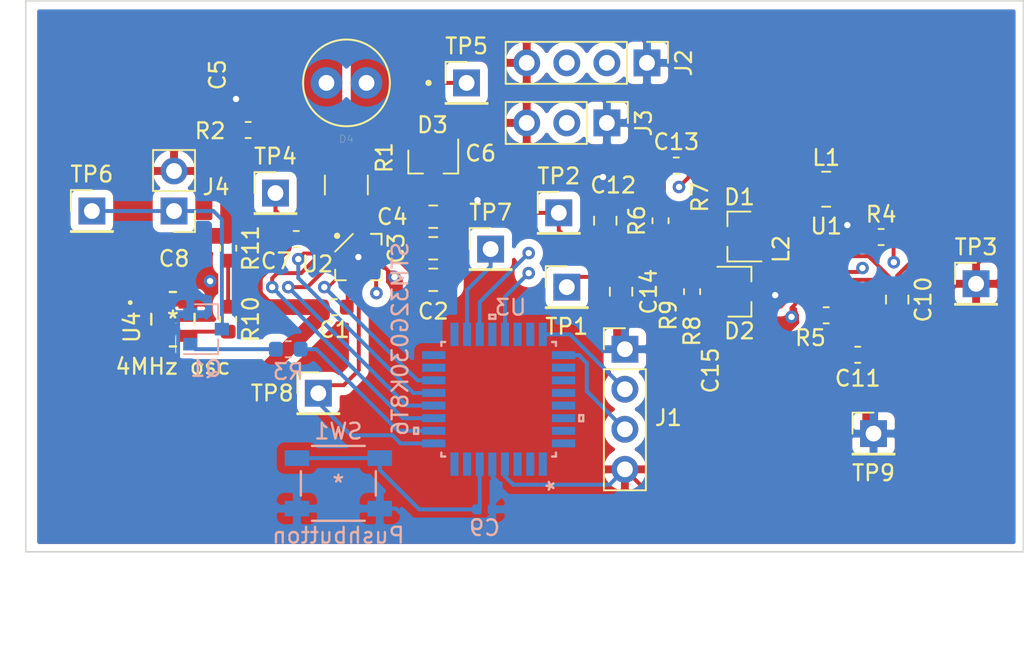
<source format=kicad_pcb>
(kicad_pcb (version 20171130) (host pcbnew "(5.1.5)-3")
  (layers (0 F.Cu power) (1 In1.Cu signal) (2 In2.Cu signal) (31 B.Cu power) (34 B.Paste user) (35 F.Paste user) (36 B.SilkS user) (37 F.SilkS user) (38 B.Mask user) (39 F.Mask user) (44 Edge.Cuts user))
  (net 0 "")
  (net 1 GND)
  (net 2 "Net-(C1-Pad1)")
  (net 3 "Net-(C2-Pad1)")
  (net 4 "Net-(C3-Pad1)")
  (net 5 +8.5V)
  (net 6 +3.3V)
  (net 7 "Net-(C6-Pad2)")
  (net 8 "Net-(C7-Pad2)")
  (net 9 "Net-(C9-Pad1)")
  (net 10 "Net-(C11-Pad1)")
  (net 11 "Net-(C13-Pad2)")
  (net 12 "Net-(C13-Pad1)")
  (net 13 -10V)
  (net 14 "Net-(C15-Pad2)")
  (net 15 "Net-(C15-Pad1)")
  (net 16 "Net-(D1-Pad2)")
  (net 17 "Net-(D2-Pad1)")
  (net 18 "Net-(D4-PadC)")
  (net 19 SWCLK)
  (net 20 SWDIO)
  (net 21 TX)
  (net 22 RX)
  (net 23 ENC)
  (net 24 MTR-)
  (net 25 "Net-(Q1-Pad1)")
  (net 26 "Net-(R1-Pad2)")
  (net 27 "Net-(R3-Pad2)")
  (net 28 "Net-(R10-Pad2)")
  (net 29 "Net-(R10-Pad1)")
  (net 30 DATA_RDY)
  (net 31 "Net-(U1-Pad1)")
  (net 32 "Net-(U2-Pad5)")
  (net 33 "Net-(U2-Pad4)")
  (net 34 "Net-(U2-Pad13)")
  (net 35 "Net-(U2-Pad14)")
  (net 36 MOSI)
  (net 37 SPICLK)
  (net 38 SS)
  (net 39 MISO)
  (net 40 "Net-(U2-Pad16)")
  (net 41 "Net-(U3-Pad1)")
  (net 42 "Net-(U3-Pad2)")
  (net 43 "Net-(U3-Pad3)")
  (net 44 "Net-(U3-Pad7)")
  (net 45 "Net-(U3-Pad8)")
  (net 46 "Net-(U3-Pad15)")
  (net 47 "Net-(U3-Pad16)")
  (net 48 "Net-(U3-Pad17)")
  (net 49 "Net-(U3-Pad20)")
  (net 50 "Net-(U3-Pad22)")
  (net 51 "Net-(U3-Pad23)")
  (net 52 "Net-(U3-Pad26)")
  (net 53 "Net-(U3-Pad27)")
  (net 54 "Net-(U3-Pad28)")
  (net 55 "Net-(U3-Pad29)")
  (net 56 "Net-(U3-Pad30)")
  (net 57 "Net-(U3-Pad31)")
  (net 58 "Net-(U3-Pad32)")
  (module Capacitor_SMD:C_0402_1005Metric (layer B.Cu) (at 157.353 114.808)
    (fp_text reference C9 (at 0 1.17) (layer B.SilkS) (effects (justify mirror)))
    (fp_text value 100n)
    (pad 2 smd roundrect (at 0.485 0) (size 0.59 0.64) (layers B.Cu B.Paste B.Mask) (net 1 GND))
    (pad 1 smd roundrect (at -0.485 0) (size 0.59 0.64) (layers B.Cu B.Paste B.Mask) (net 9 "Net-(C9-Pad1)"))
  )
  (module "EPC611 LIDAR:STM32G030K8T6" (layer B.Cu) (at 158.242 107.823 90)
    (fp_text reference U3 (at 5.823 0.758 180) (layer B.SilkS) (effects (justify mirror)))
    (fp_text value STM32G030K8T6 (at 3.823 -6.242 270) (layer B.SilkS) (effects (justify mirror)))
    (fp_text user * (at -5.4864 3.581 90) (layer B.SilkS) (effects (justify mirror)))
    (fp_text user * (at -5.4864 3.581 90) (layer B.SilkS) (effects (justify mirror)))
    (pad 1 smd rect (at -4.1148 2.799999) (size 0.508 1.4732) (layers B.Cu B.Paste B.Mask) (net 41 "Net-(U3-Pad1)"))
    (pad 2 smd rect (at -4.1148 2.000001) (size 0.508 1.4732) (layers B.Cu B.Paste B.Mask) (net 42 "Net-(U3-Pad2)"))
    (pad 3 smd rect (at -4.1148 1.2) (size 0.508 1.4732) (layers B.Cu B.Paste B.Mask) (net 43 "Net-(U3-Pad3)"))
    (pad 4 smd rect (at -4.1148 0.399999) (size 0.508 1.4732) (layers B.Cu B.Paste B.Mask) (net 6 +3.3V))
    (pad 5 smd rect (at -4.1148 -0.399999) (size 0.508 1.4732) (layers B.Cu B.Paste B.Mask) (net 1 GND))
    (pad 6 smd rect (at -4.1148 -1.2) (size 0.508 1.4732) (layers B.Cu B.Paste B.Mask) (net 9 "Net-(C9-Pad1)"))
    (pad 7 smd rect (at -4.1148 -1.999999) (size 0.508 1.4732) (layers B.Cu B.Paste B.Mask) (net 44 "Net-(U3-Pad7)"))
    (pad 8 smd rect (at -4.1148 -2.799999) (size 0.508 1.4732) (layers B.Cu B.Paste B.Mask) (net 45 "Net-(U3-Pad8)"))
    (pad 9 smd rect (at -2.799999 -4.1148 90) (size 0.508 1.4732) (layers B.Cu B.Paste B.Mask) (net 30 DATA_RDY))
    (pad 10 smd rect (at -2.000001 -4.1148 90) (size 0.508 1.4732) (layers B.Cu B.Paste B.Mask) (net 27 "Net-(R3-Pad2)"))
    (pad 11 smd rect (at -1.2 -4.1148 90) (size 0.508 1.4732) (layers B.Cu B.Paste B.Mask) (net 38 SS))
    (pad 12 smd rect (at -0.399999 -4.1148 90) (size 0.508 1.4732) (layers B.Cu B.Paste B.Mask) (net 37 SPICLK))
    (pad 13 smd rect (at 0.399999 -4.1148 90) (size 0.508 1.4732) (layers B.Cu B.Paste B.Mask) (net 39 MISO))
    (pad 14 smd rect (at 1.2 -4.1148 90) (size 0.508 1.4732) (layers B.Cu B.Paste B.Mask) (net 36 MOSI))
    (pad 15 smd rect (at 1.999999 -4.1148 90) (size 0.508 1.4732) (layers B.Cu B.Paste B.Mask) (net 46 "Net-(U3-Pad15)"))
    (pad 16 smd rect (at 2.799999 -4.1148 90) (size 0.508 1.4732) (layers B.Cu B.Paste B.Mask) (net 47 "Net-(U3-Pad16)"))
    (pad 17 smd rect (at 4.1148 -2.799999) (size 0.508 1.4732) (layers B.Cu B.Paste B.Mask) (net 48 "Net-(U3-Pad17)"))
    (pad 18 smd rect (at 4.1148 -2.000001) (size 0.508 1.4732) (layers B.Cu B.Paste B.Mask) (net 23 ENC))
    (pad 19 smd rect (at 4.1148 -1.2) (size 0.508 1.4732) (layers B.Cu B.Paste B.Mask) (net 21 TX))
    (pad 20 smd rect (at 4.1148 -0.399999) (size 0.508 1.4732) (layers B.Cu B.Paste B.Mask) (net 49 "Net-(U3-Pad20)"))
    (pad 21 smd rect (at 4.1148 0.399999) (size 0.508 1.4732) (layers B.Cu B.Paste B.Mask) (net 22 RX))
    (pad 22 smd rect (at 4.1148 1.2) (size 0.508 1.4732) (layers B.Cu B.Paste B.Mask) (net 50 "Net-(U3-Pad22)"))
    (pad 23 smd rect (at 4.1148 1.999999) (size 0.508 1.4732) (layers B.Cu B.Paste B.Mask) (net 51 "Net-(U3-Pad23)"))
    (pad 24 smd rect (at 4.1148 2.799999) (size 0.508 1.4732) (layers B.Cu B.Paste B.Mask) (net 20 SWDIO))
    (pad 25 smd rect (at 2.799999 4.1148 90) (size 0.508 1.4732) (layers B.Cu B.Paste B.Mask) (net 19 SWCLK))
    (pad 26 smd rect (at 2.000001 4.1148 90) (size 0.508 1.4732) (layers B.Cu B.Paste B.Mask) (net 52 "Net-(U3-Pad26)"))
    (pad 27 smd rect (at 1.2 4.1148 90) (size 0.508 1.4732) (layers B.Cu B.Paste B.Mask) (net 53 "Net-(U3-Pad27)"))
    (pad 28 smd rect (at 0.399999 4.1148 90) (size 0.508 1.4732) (layers B.Cu B.Paste B.Mask) (net 54 "Net-(U3-Pad28)"))
    (pad 29 smd rect (at -0.399999 4.1148 90) (size 0.508 1.4732) (layers B.Cu B.Paste B.Mask) (net 55 "Net-(U3-Pad29)"))
    (pad 30 smd rect (at -1.2 4.1148 90) (size 0.508 1.4732) (layers B.Cu B.Paste B.Mask) (net 56 "Net-(U3-Pad30)"))
    (pad 31 smd rect (at -1.999999 4.1148 90) (size 0.508 1.4732) (layers B.Cu B.Paste B.Mask) (net 57 "Net-(U3-Pad31)"))
    (pad 32 smd rect (at -2.799999 4.1148 90) (size 0.508 1.4732) (layers B.Cu B.Paste B.Mask) (net 58 "Net-(U3-Pad32)"))
  )
  (module "EPC611 LIDAR:PTS647SM38SMTR2LFS" (layer B.Cu) (at 148.082 113.157)
    (fp_text reference SW1 (at 0 -3.302) (layer B.SilkS) (effects (justify mirror)))
    (fp_text value Pushbutton (at 0 3.302) (layer B.SilkS) (effects (justify mirror)))
    (fp_text user * (at 0 0) (layer B.SilkS) (effects (justify mirror)))
    (pad 1 smd rect (at -2.625001 1.599999) (size 1.5494 0.9906) (layers B.Cu B.Paste B.Mask) (net 1 GND))
    (pad 3 smd rect (at -2.625001 -1.599999) (size 1.5494 0.9906) (layers B.Cu B.Paste B.Mask) (net 9 "Net-(C9-Pad1)"))
    (pad 4 smd rect (at 2.625001 -1.599999) (size 1.5494 0.9906) (layers B.Cu B.Paste B.Mask) (net 9 "Net-(C9-Pad1)"))
    (pad 2 smd rect (at 2.625001 1.599999) (size 1.5494 0.9906) (layers B.Cu B.Paste B.Mask) (net 1 GND))
  )
  (module Resistor_SMD:R_0603_1608Metric (layer B.Cu) (at 144.907 104.648)
    (fp_text reference R3 (at 0 1.43) (layer B.SilkS) (effects (justify mirror)))
    (fp_text value 1k)
    (pad 2 smd roundrect (at 0.7875 0) (size 0.875 0.95) (layers B.Cu B.Paste B.Mask) (net 27 "Net-(R3-Pad2)"))
    (pad 1 smd roundrect (at -0.7875 0) (size 0.875 0.95) (layers B.Cu B.Paste B.Mask) (net 25 "Net-(Q1-Pad1)"))
  )
  (module Package_TO_SOT_SMD:SOT-23 (layer B.Cu) (at 139.7 103.378)
    (fp_text reference Q1 (at 0 2.5) (layer B.SilkS) (effects (justify mirror)))
    (fp_text value 2N7002P)
    (pad 3 smd rect (at 1 0) (size 0.9 0.8) (layers B.Cu B.Paste B.Mask) (net 24 MTR-))
    (pad 2 smd rect (at -1 -0.95) (size 0.9 0.8) (layers B.Cu B.Paste B.Mask) (net 1 GND))
    (pad 1 smd rect (at -1 0.95) (size 0.9 0.8) (layers B.Cu B.Paste B.Mask) (net 25 "Net-(Q1-Pad1)"))
  )
  (module "EPC611 LIDAR:DSC6001CI2A-004.0000" (layer F.Cu) (at 137.598 102.746)
    (fp_text reference U4 (at -2.597 0.505 90) (layer F.SilkS))
    (fp_text value "4MHz osc" (at 0 3) (layer F.SilkS))
    (fp_text user * (at 0 0) (layer F.SilkS))
    (pad 1 smd rect (at -0.9525 -1.0541) (size 1.1938 0.762) (layers F.Cu F.Paste F.Mask) (net 6 +3.3V))
    (pad 2 smd rect (at -0.9525 1.0541) (size 1.1938 0.762) (layers F.Cu F.Paste F.Mask) (net 1 GND))
    (pad 3 smd rect (at 0.9525 1.0541) (size 1.1938 0.762) (layers F.Cu F.Paste F.Mask) (net 28 "Net-(R10-Pad2)"))
    (pad 4 smd rect (at 0.9525 -1.0541) (size 1.1938 0.762) (layers F.Cu F.Paste F.Mask) (net 6 +3.3V))
  )
  (module "EPC611 LIDAR:EPC611" (layer F.Cu) (at 149.352 98.806)
    (fp_text reference U2 (at -2.602 0.444) (layer F.SilkS))
    (fp_text value EPC611)
    (pad 6 smd circle (at 1.125 1.125) (size 0.25 0.25) (layers F.Cu F.Paste F.Mask) (net 13 -10V))
    (pad 7 smd circle (at 1.125 0.675) (size 0.25 0.25) (layers F.Cu F.Paste F.Mask) (net 6 +3.3V))
    (pad 8 smd circle (at 1.125 0.225) (size 0.25 0.25) (layers F.Cu F.Paste F.Mask) (net 3 "Net-(C2-Pad1)"))
    (pad 9 smd circle (at 1.125 -0.225) (size 0.25 0.25) (layers F.Cu F.Paste F.Mask) (net 4 "Net-(C3-Pad1)"))
    (pad 10 smd circle (at 1.125 -0.675) (size 0.25 0.25) (layers F.Cu F.Paste F.Mask) (net 5 +8.5V))
    (pad 11 smd circle (at 1.125 -1.125) (size 0.25 0.25) (layers F.Cu F.Paste F.Mask) (net 7 "Net-(C6-Pad2)"))
    (pad 5 smd circle (at 0.675 1.125) (size 0.25 0.25) (layers F.Cu F.Paste F.Mask) (net 32 "Net-(U2-Pad5)"))
    (pad 22 smd circle (at 0.675 0.675) (size 0.25 0.25) (layers F.Cu F.Paste F.Mask) (net 1 GND))
    (pad 23 smd circle (at 0.675 -0.675) (size 0.25 0.25) (layers F.Cu F.Paste F.Mask) (net 1 GND))
    (pad 12 smd circle (at 0.675 -1.125) (size 0.25 0.25) (layers F.Cu F.Paste F.Mask) (net 26 "Net-(R1-Pad2)"))
    (pad 4 smd circle (at 0.225 1.125) (size 0.25 0.25) (layers F.Cu F.Paste F.Mask) (net 33 "Net-(U2-Pad4)"))
    (pad 13 smd circle (at 0.225 -1.125) (size 0.25 0.25) (layers F.Cu F.Paste F.Mask) (net 34 "Net-(U2-Pad13)"))
    (pad 3 smd circle (at -0.225 1.125) (size 0.25 0.25) (layers F.Cu F.Paste F.Mask) (net 30 DATA_RDY))
    (pad 14 smd circle (at -0.225 -1.125) (size 0.25 0.25) (layers F.Cu F.Paste F.Mask) (net 35 "Net-(U2-Pad14)"))
    (pad 2 smd circle (at -0.675 1.125) (size 0.25 0.25) (layers F.Cu F.Paste F.Mask) (net 2 "Net-(C1-Pad1)"))
    (pad 21 smd circle (at -0.675 0.675) (size 0.25 0.25) (layers F.Cu F.Paste F.Mask) (net 1 GND))
    (pad 24 smd circle (at -0.675 -0.675) (size 0.25 0.25) (layers F.Cu F.Paste F.Mask) (net 1 GND))
    (pad 15 smd circle (at -0.675 -1.125) (size 0.25 0.25) (layers F.Cu F.Paste F.Mask) (net 29 "Net-(R10-Pad1)"))
    (pad 1 smd circle (at -1.125 1.125) (size 0.25 0.25) (layers F.Cu F.Paste F.Mask) (net 36 MOSI))
    (pad 20 smd circle (at -1.125 0.675) (size 0.25 0.25) (layers F.Cu F.Paste F.Mask) (net 37 SPICLK))
    (pad 19 smd circle (at -1.125 0.225) (size 0.25 0.25) (layers F.Cu F.Paste F.Mask) (net 38 SS))
    (pad 18 smd circle (at -1.125 -0.225) (size 0.25 0.25) (layers F.Cu F.Paste F.Mask) (net 39 MISO))
    (pad 17 smd circle (at -1.125 -0.675) (size 0.25 0.25) (layers F.Cu F.Paste F.Mask) (net 8 "Net-(C7-Pad2)"))
    (pad 16 smd circle (at -1.125 -1.125) (size 0.25 0.25) (layers F.Cu F.Paste F.Mask) (net 40 "Net-(U2-Pad16)"))
  )
  (module "EPC611 LIDAR:R1283x" (layer F.Cu) (at 179 99.5)
    (fp_text reference U1 (at 0 -2.65) (layer F.SilkS))
    (fp_text value R1283K001C)
    (pad 7 smd rect (at 1.225 1.25) (size 0.25 0.25) (layers F.Cu F.Paste F.Mask) (net 10 "Net-(C11-Pad1)"))
    (pad 6 smd rect (at -1.225 1.25) (size 0.25 0.25) (layers F.Cu F.Paste F.Mask) (net 14 "Net-(C15-Pad2)"))
    (pad 10 smd rect (at 0 0) (size 1.7 2.7) (layers F.Cu F.Paste F.Mask) (net 1 GND))
    (pad 12 smd rect (at 1.225 -1.25) (size 0.25 0.25) (layers F.Cu F.Paste F.Mask) (net 1 GND))
    (pad 11 smd rect (at 1.225 -0.75) (size 0.25 0.25) (layers F.Cu F.Paste F.Mask) (net 6 +3.3V))
    (pad 10 smd rect (at 1.225 -0.25) (size 0.25 0.25) (layers F.Cu F.Paste F.Mask) (net 1 GND))
    (pad 9 smd rect (at 1.225 0.25) (size 0.25 0.25) (layers F.Cu F.Paste F.Mask) (net 12 "Net-(C13-Pad1)"))
    (pad 8 smd rect (at 1.225 0.75) (size 0.25 0.25) (layers F.Cu F.Paste F.Mask) (net 6 +3.3V))
    (pad 5 smd rect (at -1.225 0.75) (size 0.25 0.25) (layers F.Cu F.Paste F.Mask) (net 6 +3.3V))
    (pad 4 smd rect (at -1.225 0.25) (size 0.25 0.25) (layers F.Cu F.Paste F.Mask) (net 13 -10V))
    (pad 3 smd rect (at -1.225 -0.25) (size 0.25 0.25) (layers F.Cu F.Paste F.Mask) (net 17 "Net-(D2-Pad1)"))
    (pad 2 smd rect (at -1.225 -0.75) (size 0.25 0.25) (layers F.Cu F.Paste F.Mask) (net 16 "Net-(D1-Pad2)"))
    (pad 1 smd rect (at -1.225 -1.25) (size 0.25 0.25) (layers F.Cu F.Paste F.Mask) (net 31 "Net-(U1-Pad1)"))
  )
  (module Connector_PinHeader_2.54mm:PinHeader_1x01_P2.54mm_Vertical (layer F.Cu) (at 182 110)
    (fp_text reference TP9 (at 0 2.5) (layer F.SilkS))
    (fp_text value Conn_01x01)
    (pad 1 thru_hole rect (at 0 0) (size 1.7 1.7) (drill 1) (layers *.Cu *.Mask) (net 1 GND))
  )
  (module Connector_PinHeader_2.54mm:PinHeader_1x01_P2.54mm_Vertical (layer F.Cu) (at 146.812 107.442)
    (fp_text reference TP8 (at -2.921 0) (layer F.SilkS))
    (fp_text value Conn_01x01)
    (pad 1 thru_hole rect (at 0 0) (size 1.7 1.7) (drill 1) (layers *.Cu *.Mask) (net 30 DATA_RDY))
  )
  (module Connector_PinHeader_2.54mm:PinHeader_1x01_P2.54mm_Vertical (layer F.Cu) (at 157.734 98.298)
    (fp_text reference TP7 (at 0 -2.33) (layer F.SilkS))
    (fp_text value Conn_01x01)
    (pad 1 thru_hole rect (at 0 0) (size 1.7 1.7) (drill 1) (layers *.Cu *.Mask) (net 23 ENC))
  )
  (module Connector_PinHeader_2.54mm:PinHeader_1x01_P2.54mm_Vertical (layer F.Cu) (at 132.461 95.885)
    (fp_text reference TP6 (at 0 -2.33) (layer F.SilkS))
    (fp_text value Conn_01x01)
    (pad 1 thru_hole rect (at 0 0) (size 1.7 1.7) (drill 1) (layers *.Cu *.Mask) (net 24 MTR-))
  )
  (module Connector_PinHeader_2.54mm:PinHeader_1x01_P2.54mm_Vertical (layer F.Cu) (at 156.21 87.757)
    (fp_text reference TP5 (at 0 -2.33) (layer F.SilkS))
    (fp_text value Conn_01x01)
    (pad 1 thru_hole rect (at 0 0) (size 1.7 1.7) (drill 1) (layers *.Cu *.Mask) (net 18 "Net-(D4-PadC)"))
  )
  (module Connector_PinHeader_2.54mm:PinHeader_1x01_P2.54mm_Vertical (layer F.Cu) (at 144.098 94.746)
    (fp_text reference TP4 (at 0 -2.33) (layer F.SilkS))
    (fp_text value Conn_01x01)
    (pad 1 thru_hole rect (at 0 0) (size 1.7 1.7) (drill 1) (layers *.Cu *.Mask) (net 29 "Net-(R10-Pad1)"))
  )
  (module Connector_PinHeader_2.54mm:PinHeader_1x01_P2.54mm_Vertical (layer F.Cu) (at 188.5 100.5)
    (fp_text reference TP3 (at 0 -2.33) (layer F.SilkS))
    (fp_text value Conn_01x01)
    (pad 1 thru_hole rect (at 0 0) (size 1.7 1.7) (drill 1) (layers *.Cu *.Mask) (net 6 +3.3V))
  )
  (module Connector_PinHeader_2.54mm:PinHeader_1x01_P2.54mm_Vertical (layer F.Cu) (at 162.052 96)
    (fp_text reference TP2 (at 0 -2.33) (layer F.SilkS))
    (fp_text value Conn_01x01)
    (pad 1 thru_hole rect (at 0 0) (size 1.7 1.7) (drill 1) (layers *.Cu *.Mask) (net 5 +8.5V))
  )
  (module Connector_PinHeader_2.54mm:PinHeader_1x01_P2.54mm_Vertical (layer F.Cu) (at 162.56 100.711)
    (fp_text reference TP1 (at 0 2.5) (layer F.SilkS))
    (fp_text value Conn_01x01)
    (pad 1 thru_hole rect (at 0 0) (size 1.7 1.7) (drill 1) (layers *.Cu *.Mask) (net 13 -10V))
  )
  (module Resistor_SMD:R_0603_1608Metric (layer F.Cu) (at 141.098 98.246 270)
    (fp_text reference R11 (at 0 -1.43 90) (layer F.SilkS))
    (fp_text value 1k2)
    (pad 2 smd roundrect (at 0.7875 0 270) (size 0.875 0.95) (layers F.Cu F.Paste F.Mask) (net 29 "Net-(R10-Pad1)"))
    (pad 1 smd roundrect (at -0.7875 0 270) (size 0.875 0.95) (layers F.Cu F.Paste F.Mask) (net 1 GND))
  )
  (module Resistor_SMD:R_0603_1608Metric (layer F.Cu) (at 141.098 102.746 270)
    (fp_text reference R10 (at 0 -1.43 90) (layer F.SilkS))
    (fp_text value 1k)
    (pad 2 smd roundrect (at 0.7875 0 270) (size 0.875 0.95) (layers F.Cu F.Paste F.Mask) (net 28 "Net-(R10-Pad2)"))
    (pad 1 smd roundrect (at -0.7875 0 270) (size 0.875 0.95) (layers F.Cu F.Paste F.Mask) (net 29 "Net-(R10-Pad1)"))
  )
  (module Resistor_SMD:R_0402_1005Metric (layer F.Cu) (at 169 100.5 270)
    (fp_text reference R9 (at 2 0 90) (layer F.SilkS))
    (fp_text value 83k)
    (pad 2 smd roundrect (at 0.485 0 270) (size 0.59 0.64) (layers F.Cu F.Paste F.Mask) (net 14 "Net-(C15-Pad2)"))
    (pad 1 smd roundrect (at -0.485 0 270) (size 0.59 0.64) (layers F.Cu F.Paste F.Mask) (net 13 -10V))
  )
  (module Resistor_SMD:R_0603_1608Metric (layer F.Cu) (at 170.5 101 270)
    (fp_text reference R8 (at 2.5 0 90) (layer F.SilkS))
    (fp_text value 1k)
    (pad 2 smd roundrect (at 0.7875 0 270) (size 0.875 0.95) (layers F.Cu F.Paste F.Mask) (net 15 "Net-(C15-Pad1)"))
    (pad 1 smd roundrect (at -0.7875 0 270) (size 0.875 0.95) (layers F.Cu F.Paste F.Mask) (net 13 -10V))
  )
  (module Resistor_SMD:R_0402_1005Metric (layer F.Cu) (at 171 97 270)
    (fp_text reference R7 (at -2 0 90) (layer F.SilkS))
    (fp_text value 75k)
    (pad 2 smd roundrect (at 0.485 0 270) (size 0.59 0.64) (layers F.Cu F.Paste F.Mask) (net 5 +8.5V))
    (pad 1 smd roundrect (at -0.485 0 270) (size 0.59 0.64) (layers F.Cu F.Paste F.Mask) (net 12 "Net-(C13-Pad1)"))
  )
  (module Resistor_SMD:R_0603_1608Metric (layer F.Cu) (at 168.5 96.5 270)
    (fp_text reference R6 (at 0 1.5 90) (layer F.SilkS))
    (fp_text value 1k)
    (pad 2 smd roundrect (at 0.7875 0 270) (size 0.875 0.95) (layers F.Cu F.Paste F.Mask) (net 5 +8.5V))
    (pad 1 smd roundrect (at -0.7875 0 270) (size 0.875 0.95) (layers F.Cu F.Paste F.Mask) (net 11 "Net-(C13-Pad2)"))
  )
  (module Resistor_SMD:R_0603_1608Metric (layer F.Cu) (at 179 102.5 180)
    (fp_text reference R5 (at 1 -1.43) (layer F.SilkS))
    (fp_text value 1k)
    (pad 2 smd roundrect (at 0.7875 0 180) (size 0.875 0.95) (layers F.Cu F.Paste F.Mask) (net 14 "Net-(C15-Pad2)"))
    (pad 1 smd roundrect (at -0.7875 0 180) (size 0.875 0.95) (layers F.Cu F.Paste F.Mask) (net 10 "Net-(C11-Pad1)"))
  )
  (module Resistor_SMD:R_0603_1608Metric (layer F.Cu) (at 182.484 97.532)
    (fp_text reference R4 (at 0 -1.43) (layer F.SilkS))
    (fp_text value 1k)
    (pad 2 smd roundrect (at 0.7875 0) (size 0.875 0.95) (layers F.Cu F.Paste F.Mask) (net 12 "Net-(C13-Pad1)"))
    (pad 1 smd roundrect (at -0.7875 0) (size 0.875 0.95) (layers F.Cu F.Paste F.Mask) (net 1 GND))
  )
  (module Resistor_SMD:R_0603_1608Metric (layer F.Cu) (at 142.367 90.746)
    (fp_text reference R2 (at -2.413 0.059) (layer F.SilkS))
    (fp_text value 3k3)
    (pad 2 smd roundrect (at 0.7875 0) (size 0.875 0.95) (layers F.Cu F.Paste F.Mask) (net 18 "Net-(D4-PadC)"))
    (pad 1 smd roundrect (at -0.7875 0) (size 0.875 0.95) (layers F.Cu F.Paste F.Mask) (net 1 GND))
  )
  (module Resistor_SMD:R_1210_3225Metric (layer F.Cu) (at 148.59 94.234 270)
    (fp_text reference R1 (at -1.734 -2.41 90) (layer F.SilkS))
    (fp_text value 3)
    (pad 2 smd roundrect (at 1.4 0 270) (size 1.25 2.65) (layers F.Cu F.Paste F.Mask) (roundrect_rratio 0.2) (net 26 "Net-(R1-Pad2)"))
    (pad 1 smd roundrect (at -1.4 0 270) (size 1.25 2.65) (layers F.Cu F.Paste F.Mask) (roundrect_rratio 0.2) (net 18 "Net-(D4-PadC)"))
  )
  (module Inductor_SMD:L_0201_0603Metric (layer F.Cu) (at 176.1 99.8 270)
    (fp_text reference L2 (at -1.502 -0.049 90) (layer F.SilkS))
    (fp_text value 1u)
    (pad 2 smd roundrect (at 0.32 0 270) (size 0.46 0.4) (layers F.Cu F.Mask) (net 1 GND))
    (pad 1 smd roundrect (at -0.32 0 270) (size 0.46 0.4) (layers F.Cu F.Mask) (net 17 "Net-(D2-Pad1)"))
  )
  (module Inductor_SMD:L_1008_2520Metric (layer F.Cu) (at 179 94.5 180)
    (fp_text reference L1 (at 0 2) (layer F.SilkS))
    (fp_text value 33u)
    (pad 2 smd roundrect (at 1.075 0 180) (size 1.25 2.2) (layers F.Cu F.Paste F.Mask) (roundrect_rratio 0.2) (net 16 "Net-(D1-Pad2)"))
    (pad 1 smd roundrect (at -1.075 0 180) (size 1.25 2.2) (layers F.Cu F.Paste F.Mask) (roundrect_rratio 0.2) (net 6 +3.3V))
  )
  (module Connector_PinHeader_2.54mm:PinHeader_1x02_P2.54mm_Vertical (layer F.Cu) (at 137.668 95.885 180)
    (fp_text reference J4 (at -2.667 1.524) (layer F.SilkS))
    (fp_text value Conn_01x02)
    (pad 2 thru_hole oval (at 0 2.54 180) (size 1.7 1.7) (drill 1) (layers *.Cu *.Mask) (net 6 +3.3V))
    (pad 1 thru_hole rect (at 0 0 180) (size 1.7 1.7) (drill 1) (layers *.Cu *.Mask) (net 24 MTR-))
  )
  (module Connector_PinHeader_2.54mm:PinHeader_1x03_P2.54mm_Vertical (layer F.Cu) (at 165.1 90.297 270)
    (fp_text reference J3 (at 0 -2.33 90) (layer F.SilkS))
    (fp_text value Conn_01x03)
    (pad 3 thru_hole oval (at 0 5.08 270) (size 1.7 1.7) (drill 1) (layers *.Cu *.Mask) (net 6 +3.3V))
    (pad 2 thru_hole oval (at 0 2.54 270) (size 1.7 1.7) (drill 1) (layers *.Cu *.Mask) (net 23 ENC))
    (pad 1 thru_hole rect (at 0 0 270) (size 1.7 1.7) (drill 1) (layers *.Cu *.Mask) (net 1 GND))
  )
  (module Connector_PinHeader_2.54mm:PinHeader_1x04_P2.54mm_Vertical (layer F.Cu) (at 167.64 86.487 270)
    (fp_text reference J2 (at 0 -2.33 90) (layer F.SilkS))
    (fp_text value Conn_01x04)
    (pad 4 thru_hole oval (at 0 7.62 270) (size 1.7 1.7) (drill 1) (layers *.Cu *.Mask) (net 6 +3.3V))
    (pad 3 thru_hole oval (at 0 5.08 270) (size 1.7 1.7) (drill 1) (layers *.Cu *.Mask) (net 21 TX))
    (pad 2 thru_hole oval (at 0 2.54 270) (size 1.7 1.7) (drill 1) (layers *.Cu *.Mask) (net 22 RX))
    (pad 1 thru_hole rect (at 0 0 270) (size 1.7 1.7) (drill 1) (layers *.Cu *.Mask) (net 1 GND))
  )
  (module Connector_PinHeader_2.54mm:PinHeader_1x04_P2.54mm_Vertical (layer F.Cu) (at 166.243 104.648)
    (fp_text reference J1 (at 2.757 4.352) (layer F.SilkS))
    (fp_text value Conn_01x04)
    (pad 4 thru_hole oval (at 0 7.62) (size 1.7 1.7) (drill 1) (layers *.Cu *.Mask) (net 6 +3.3V))
    (pad 3 thru_hole oval (at 0 5.08) (size 1.7 1.7) (drill 1) (layers *.Cu *.Mask) (net 19 SWCLK))
    (pad 2 thru_hole oval (at 0 2.54) (size 1.7 1.7) (drill 1) (layers *.Cu *.Mask) (net 20 SWDIO))
    (pad 1 thru_hole rect (at 0 0) (size 1.7 1.7) (drill 1) (layers *.Cu *.Mask) (net 1 GND))
  )
  (module "EPC611 LIDAR:DIO_SFH_4555" (layer F.Cu) (at 148.598 87.757 180)
    (fp_text reference D4 (at 0.008 -3.556) (layer F.SilkS) (effects (font (size 0.48 0.48) (thickness 0.015))))
    (fp_text value SFH_4555)
    (fp_poly (pts (xy -0.27 -0.06) (xy -0.27 -1.79) (xy -0.325072 -1.838669) (xy -0.369937 -1.876115) (xy -0.415724 -1.912427) (xy -0.462405 -1.947583) (xy -0.509951 -1.981559) (xy -0.558332 -2.014336) (xy -0.607517 -2.045893) (xy -0.657477 -2.076209) (xy -0.708179 -2.105266) (xy -0.759592 -2.133046) (xy -0.811684 -2.159531) (xy -0.864422 -2.184704) (xy -0.917774 -2.208551) (xy -0.971705 -2.231055) (xy -1.026182 -2.252204) (xy -1.081171 -2.271983) (xy -1.136638 -2.290381) (xy -1.192548 -2.307385) (xy -1.248865 -2.322986) (xy -1.305555 -2.337173) (xy -1.362582 -2.349937) (xy -1.419911 -2.361271) (xy -1.477505 -2.371168) (xy -1.535329 -2.37962) (xy -1.593346 -2.386624) (xy -1.65152 -2.392174) (xy -1.709815 -2.396268) (xy -1.768193 -2.398902) (xy -1.82662 -2.400075) (xy -1.87 -2.4) (xy -1.895 -2.4) (xy -2.027992 -2.394465) (xy -2.152129 -2.382621) (xy -2.275487 -2.364368) (xy -2.397735 -2.339756) (xy -2.518545 -2.308849) (xy -2.637594 -2.271732) (xy -2.754563 -2.228503) (xy -2.869137 -2.179278) (xy -2.98101 -2.124189) (xy -3.089882 -2.063384) (xy -3.195461 -1.997026) (xy -3.297464 -1.925292) (xy -3.395618 -1.848376) (xy -3.48966 -1.766483) (xy -3.579337 -1.679832) (xy -3.66441 -1.588656) (xy -3.744649 -1.493199) (xy -3.819841 -1.393718) (xy -3.889783 -1.290478) (xy -3.954289 -1.183757) (xy -4.013184 -1.073841) (xy -4.066312 -0.961023) (xy -4.11353 -0.845607) (xy -4.154711 -0.727902) (xy -4.189746 -0.608224) (xy -4.218539 -0.486892) (xy -4.241014 -0.364233) (xy -4.257111 -0.240576) (xy -4.266787 -0.11625) (xy -4.27 0) (xy -4.266787 0.11625) (xy -4.257111 0.240576) (xy -4.241014 0.364233) (xy -4.218539 0.486892) (xy -4.189746 0.608224) (xy -4.154711 0.727902) (xy -4.11353 0.845607) (xy -4.066312 0.961023) (xy -4.013184 1.073841) (xy -3.954289 1.183757) (xy -3.889783 1.290478) (xy -3.819841 1.393718) (xy -3.744649 1.493199) (xy -3.66441 1.588656) (xy -3.579337 1.679832) (xy -3.48966 1.766483) (xy -3.395618 1.848376) (xy -3.297464 1.925292) (xy -3.195461 1.997026) (xy -3.089882 2.063384) (xy -2.98101 2.124189) (xy -2.869137 2.179278) (xy -2.754563 2.228503) (xy -2.637594 2.271732) (xy -2.518545 2.308849) (xy -2.397735 2.339756) (xy -2.275487 2.364368) (xy -2.152129 2.382621) (xy -2.027992 2.394465) (xy -1.895 2.4) (xy -1.795 2.4) (xy -1.87 2.4) (xy -1.82662 2.400075) (xy -1.768193 2.398902) (xy -1.709815 2.396268) (xy -1.65152 2.392174) (xy -1.593346 2.386624) (xy -1.535329 2.37962) (xy -1.477505 2.371168) (xy -1.419911 2.361271) (xy -1.362582 2.349937) (xy -1.305555 2.337173) (xy -1.248865 2.322986) (xy -1.192548 2.307385) (xy -1.136638 2.290381) (xy -1.081171 2.271983) (xy -1.026182 2.252204) (xy -0.971705 2.231055) (xy -0.917774 2.208551) (xy -0.864422 2.184704) (xy -0.811684 2.159531) (xy -0.759592 2.133046) (xy -0.708179 2.105266) (xy -0.657477 2.076209) (xy -0.607517 2.045893) (xy -0.558332 2.014336) (xy -0.509951 1.981559) (xy -0.462405 1.947583) (xy -0.415724 1.912427) (xy -0.369937 1.876115) (xy -0.325072 1.838669) (xy -0.27 1.79) (xy -0.27 -0.06)) (layer F.Cu) (width 0.001))
    (fp_poly (pts (xy 0.27 -0.06) (xy 0.27 -1.79) (xy 0.325072 -1.838669) (xy 0.369937 -1.876115) (xy 0.415724 -1.912427) (xy 0.462405 -1.947583) (xy 0.509951 -1.981559) (xy 0.558332 -2.014336) (xy 0.607517 -2.045893) (xy 0.657477 -2.076209) (xy 0.708179 -2.105266) (xy 0.759592 -2.133046) (xy 0.811684 -2.159531) (xy 0.864422 -2.184704) (xy 0.917774 -2.208551) (xy 0.971705 -2.231055) (xy 1.026182 -2.252204) (xy 1.081171 -2.271983) (xy 1.136638 -2.290381) (xy 1.192548 -2.307385) (xy 1.248865 -2.322986) (xy 1.305555 -2.337173) (xy 1.362582 -2.349937) (xy 1.419911 -2.361271) (xy 1.477505 -2.371168) (xy 1.535329 -2.37962) (xy 1.593346 -2.386624) (xy 1.65152 -2.392174) (xy 1.709815 -2.396268) (xy 1.768193 -2.398902) (xy 1.82662 -2.400075) (xy 1.87 -2.4) (xy 1.895 -2.4) (xy 2.027992 -2.394465) (xy 2.152129 -2.382621) (xy 2.275487 -2.364368) (xy 2.397735 -2.339756) (xy 2.518545 -2.308849) (xy 2.637594 -2.271732) (xy 2.754563 -2.228503) (xy 2.869137 -2.179278) (xy 2.98101 -2.124189) (xy 3.089882 -2.063384) (xy 3.195461 -1.997026) (xy 3.297464 -1.925292) (xy 3.395618 -1.848376) (xy 3.48966 -1.766483) (xy 3.579337 -1.679832) (xy 3.66441 -1.588656) (xy 3.744649 -1.493199) (xy 3.819841 -1.393718) (xy 3.889783 -1.290478) (xy 3.954289 -1.183757) (xy 4.013184 -1.073841) (xy 4.066312 -0.961023) (xy 4.11353 -0.845607) (xy 4.154711 -0.727902) (xy 4.189746 -0.608224) (xy 4.218539 -0.486892) (xy 4.241014 -0.364233) (xy 4.257111 -0.240576) (xy 4.266787 -0.11625) (xy 4.27 0) (xy 4.266787 0.11625) (xy 4.257111 0.240576) (xy 4.241014 0.364233) (xy 4.218539 0.486892) (xy 4.189746 0.608224) (xy 4.154711 0.727902) (xy 4.11353 0.845607) (xy 4.066312 0.961023) (xy 4.013184 1.073841) (xy 3.954289 1.183757) (xy 3.889783 1.290478) (xy 3.819841 1.393718) (xy 3.744649 1.493199) (xy 3.66441 1.588656) (xy 3.579337 1.679832) (xy 3.48966 1.766483) (xy 3.395618 1.848376) (xy 3.297464 1.925292) (xy 3.195461 1.997026) (xy 3.089882 2.063384) (xy 2.98101 2.124189) (xy 2.869137 2.179278) (xy 2.754563 2.228503) (xy 2.637594 2.271732) (xy 2.518545 2.308849) (xy 2.397735 2.339756) (xy 2.275487 2.364368) (xy 2.152129 2.382621) (xy 2.027992 2.394465) (xy 1.895 2.4) (xy 1.795 2.4) (xy 1.87 2.4) (xy 1.82662 2.400075) (xy 1.768193 2.398902) (xy 1.709815 2.396268) (xy 1.65152 2.392174) (xy 1.593346 2.386624) (xy 1.535329 2.37962) (xy 1.477505 2.371168) (xy 1.419911 2.361271) (xy 1.362582 2.349937) (xy 1.305555 2.337173) (xy 1.248865 2.322986) (xy 1.192548 2.307385) (xy 1.136638 2.290381) (xy 1.081171 2.271983) (xy 1.026182 2.252204) (xy 0.971705 2.231055) (xy 0.917774 2.208551) (xy 0.864422 2.184704) (xy 0.811684 2.159531) (xy 0.759592 2.133046) (xy 0.708179 2.105266) (xy 0.657477 2.076209) (xy 0.607517 2.045893) (xy 0.558332 2.014336) (xy 0.509951 1.981559) (xy 0.462405 1.947583) (xy 0.415724 1.912427) (xy 0.369937 1.876115) (xy 0.325072 1.838669) (xy 0.27 1.79) (xy 0.27 -0.06)) (layer F.Cu) (width 0.001))
    (pad C thru_hole circle (at -1.27 0 180) (size 2 2) (drill 1) (layers *.Cu) (net 18 "Net-(D4-PadC)"))
    (pad A thru_hole circle (at 1.27 0 180) (size 2 2) (drill 1) (layers *.Cu) (net 6 +3.3V))
  )
  (module Diode_SMD:D_SOT-23_ANK (layer F.Cu) (at 154.098 92.746 270)
    (fp_text reference D3 (at -2.322 0.047 180) (layer F.SilkS))
    (fp_text value BAS40)
    (pad 1 smd rect (at 1 0 270) (size 0.9 0.8) (layers F.Cu F.Paste F.Mask) (net 7 "Net-(C6-Pad2)"))
    (pad "" smd rect (at -1 0.95 270) (size 0.9 0.8) (layers F.Cu F.Paste F.Mask))
    (pad 2 smd rect (at -1 -0.95 270) (size 0.9 0.8) (layers F.Cu F.Paste F.Mask) (net 5 +8.5V))
  )
  (module Diode_SMD:D_SOT-23_ANK (layer F.Cu) (at 173.5 101)
    (fp_text reference D2 (at 0 2.5) (layer F.SilkS))
    (fp_text value BAS40)
    (pad 1 smd rect (at 1 0) (size 0.9 0.8) (layers F.Cu F.Paste F.Mask) (net 17 "Net-(D2-Pad1)"))
    (pad "" smd rect (at -1 0.95) (size 0.9 0.8) (layers F.Cu F.Paste F.Mask))
    (pad 2 smd rect (at -1 -0.95) (size 0.9 0.8) (layers F.Cu F.Paste F.Mask) (net 13 -10V))
  )
  (module Diode_SMD:D_SOT-23_ANK (layer F.Cu) (at 173.5 97.5 180)
    (fp_text reference D1 (at 0 2.5) (layer F.SilkS))
    (fp_text value BAS40)
    (pad 1 smd rect (at 1 0 180) (size 0.9 0.8) (layers F.Cu F.Paste F.Mask) (net 5 +8.5V))
    (pad "" smd rect (at -1 0.95 180) (size 0.9 0.8) (layers F.Cu F.Paste F.Mask))
    (pad 2 smd rect (at -1 -0.95 180) (size 0.9 0.8) (layers F.Cu F.Paste F.Mask) (net 16 "Net-(D1-Pad2)"))
  )
  (module Capacitor_SMD:C_0402_1005Metric (layer F.Cu) (at 170.5 105.5 270)
    (fp_text reference C15 (at 0.5 -1.17 90) (layer F.SilkS))
    (fp_text value 26p)
    (pad 2 smd roundrect (at 0.485 0 270) (size 0.59 0.64) (layers F.Cu F.Paste F.Mask) (net 14 "Net-(C15-Pad2)"))
    (pad 1 smd roundrect (at -0.485 0 270) (size 0.59 0.64) (layers F.Cu F.Paste F.Mask) (net 15 "Net-(C15-Pad1)"))
  )
  (module Capacitor_SMD:C_0805_2012Metric (layer F.Cu) (at 166 101 270)
    (fp_text reference C14 (at 0 -1.75 90) (layer F.SilkS))
    (fp_text value 4u7)
    (pad 2 smd roundrect (at 0.9375 0 270) (size 0.975 1.4) (layers F.Cu F.Paste F.Mask) (net 1 GND))
    (pad 1 smd roundrect (at -0.9375 0 270) (size 0.975 1.4) (layers F.Cu F.Paste F.Mask) (net 13 -10V))
  )
  (module Capacitor_SMD:C_0603_1608Metric (layer F.Cu) (at 169.5 93 180)
    (fp_text reference C13 (at 0 1.5) (layer F.SilkS))
    (fp_text value 166p)
    (pad 2 smd roundrect (at 0.7875 0 180) (size 0.875 0.95) (layers F.Cu F.Paste F.Mask) (net 11 "Net-(C13-Pad2)"))
    (pad 1 smd roundrect (at -0.7875 0 180) (size 0.875 0.95) (layers F.Cu F.Paste F.Mask) (net 12 "Net-(C13-Pad1)"))
  )
  (module Capacitor_SMD:C_0805_2012Metric (layer F.Cu) (at 165 96.5 90)
    (fp_text reference C12 (at 2.25 0.5 180) (layer F.SilkS))
    (fp_text value 4u7)
    (pad 2 smd roundrect (at 0.9375 0 90) (size 0.975 1.4) (layers F.Cu F.Paste F.Mask) (net 1 GND))
    (pad 1 smd roundrect (at -0.9375 0 90) (size 0.975 1.4) (layers F.Cu F.Paste F.Mask) (net 5 +8.5V))
  )
  (module Capacitor_SMD:C_0603_1608Metric (layer F.Cu) (at 181 105)
    (fp_text reference C11 (at 0 1.5) (layer F.SilkS))
    (fp_text value 1u)
    (pad 2 smd roundrect (at 0.7875 0) (size 0.875 0.95) (layers F.Cu F.Paste F.Mask) (net 1 GND))
    (pad 1 smd roundrect (at -0.7875 0) (size 0.875 0.95) (layers F.Cu F.Paste F.Mask) (net 10 "Net-(C11-Pad1)"))
  )
  (module Capacitor_SMD:C_0805_2012Metric (layer F.Cu) (at 183.5 101.5 270)
    (fp_text reference C10 (at 0 -1.65 90) (layer F.SilkS))
    (fp_text value 4u7)
    (pad 2 smd roundrect (at 0.9375 0 270) (size 0.975 1.4) (layers F.Cu F.Paste F.Mask) (net 1 GND))
    (pad 1 smd roundrect (at -0.9375 0 270) (size 0.975 1.4) (layers F.Cu F.Paste F.Mask) (net 6 +3.3V))
  )
  (module Capacitor_SMD:C_0402_1005Metric (layer F.Cu) (at 137.668 100.076)
    (fp_text reference C8 (at 0 -1.17) (layer F.SilkS))
    (fp_text value 100n)
    (pad 2 smd roundrect (at 0.485 0) (size 0.59 0.64) (layers F.Cu F.Paste F.Mask) (net 6 +3.3V))
    (pad 1 smd roundrect (at -0.485 0) (size 0.59 0.64) (layers F.Cu F.Paste F.Mask) (net 1 GND))
  )
  (module Capacitor_SMD:C_0603_1608Metric (layer F.Cu) (at 145.415 97.663)
    (fp_text reference C7 (at -1.27 1.397) (layer F.SilkS))
    (fp_text value 1u)
    (pad 2 smd roundrect (at 0.7875 0) (size 0.875 0.95) (layers F.Cu F.Paste F.Mask) (net 8 "Net-(C7-Pad2)"))
    (pad 1 smd roundrect (at -0.7875 0) (size 0.875 0.95) (layers F.Cu F.Paste F.Mask) (net 1 GND))
  )
  (module Capacitor_SMD:C_0402_1005Metric (layer F.Cu) (at 157.099 93.726 180)
    (fp_text reference C6 (at 0 1.5) (layer F.SilkS))
    (fp_text value 100n)
    (pad 2 smd roundrect (at 0.485 0 180) (size 0.59 0.64) (layers F.Cu F.Paste F.Mask) (net 7 "Net-(C6-Pad2)"))
    (pad 1 smd roundrect (at -0.485 0 180) (size 0.59 0.64) (layers F.Cu F.Paste F.Mask) (net 1 GND))
  )
  (module Capacitor_SMD:C_0402_1005Metric (layer F.Cu) (at 141.598 87.246 90)
    (fp_text reference C5 (at 0 -1.17 90) (layer F.SilkS))
    (fp_text value 100n)
    (pad 2 smd roundrect (at 0.485 0 90) (size 0.59 0.64) (layers F.Cu F.Paste F.Mask) (net 6 +3.3V))
    (pad 1 smd roundrect (at -0.485 0 90) (size 0.59 0.64) (layers F.Cu F.Paste F.Mask) (net 1 GND))
  )
  (module Capacitor_SMD:C_0805_2012Metric (layer F.Cu) (at 154.098 96.246)
    (fp_text reference C4 (at -2.598 0.004) (layer F.SilkS))
    (fp_text value 10u)
    (pad 2 smd roundrect (at 0.9375 0) (size 0.975 1.4) (layers F.Cu F.Paste F.Mask) (net 1 GND))
    (pad 1 smd roundrect (at -0.9375 0) (size 0.975 1.4) (layers F.Cu F.Paste F.Mask) (net 5 +8.5V))
  )
  (module Capacitor_SMD:C_0805_2012Metric (layer F.Cu) (at 154.098 98.246)
    (fp_text reference C3 (at -2.348 0.004 90) (layer F.SilkS))
    (fp_text value 4u7)
    (pad 2 smd roundrect (at 0.9375 0) (size 0.975 1.4) (layers F.Cu F.Paste F.Mask) (net 1 GND))
    (pad 1 smd roundrect (at -0.9375 0) (size 0.975 1.4) (layers F.Cu F.Paste F.Mask) (net 4 "Net-(C3-Pad1)"))
  )
  (module Capacitor_SMD:C_0805_2012Metric (layer F.Cu) (at 154.098 100.246)
    (fp_text reference C2 (at 0 2) (layer F.SilkS))
    (fp_text value 4u7)
    (pad 2 smd roundrect (at 0.9375 0) (size 0.975 1.4) (layers F.Cu F.Paste F.Mask) (net 1 GND))
    (pad 1 smd roundrect (at -0.9375 0) (size 0.975 1.4) (layers F.Cu F.Paste F.Mask) (net 3 "Net-(C2-Pad1)"))
  )
  (module Capacitor_SMD:C_0603_1608Metric (layer F.Cu) (at 147.828 101.981 180)
    (fp_text reference C1 (at 0 -1.43) (layer F.SilkS))
    (fp_text value 1u)
    (pad 2 smd roundrect (at 0.7875 0 180) (size 0.875 0.95) (layers F.Cu F.Paste F.Mask) (net 1 GND))
    (pad 1 smd roundrect (at -0.7875 0 180) (size 0.875 0.95) (layers F.Cu F.Paste F.Mask) (net 2 "Net-(C1-Pad1)"))
  )
  (gr_line (start 191.5 82.55) (end 191.5 117.5) (layer Edge.Cuts) (width 0.1))
  (gr_line (start 128.27 82.55) (end 191.5 82.55) (layer Edge.Cuts) (width 0.1))
  (gr_line (start 128.27 117.5) (end 128.27 82.55) (layer Edge.Cuts) (width 0.1))
  (gr_line (start 191.5 117.5) (end 128.27 117.5) (layer Edge.Cuts) (width 0.1))
  (via (at 149.352 98.806) (size 0.8) (drill 0.4) (layers F.Cu B.Cu) (net 1))
  (via (at 156.9 95.2) (size 0.8) (drill 0.4) (layers F.Cu B.Cu) (net 1))
  (via (at 180.34 96.774) (size 0.8) (drill 0.4) (layers F.Cu B.Cu) (net 1))
  (via (at 164.851 93.729) (size 0.8) (drill 0.4) (layers F.Cu B.Cu) (net 1))
  (via (at 175.768 101.219) (size 0.8) (drill 0.4) (layers F.Cu B.Cu) (net 1))
  (segment (start 179.25 99.25) (end 179 99.5) (width 0.25) (layer F.Cu) (net 1))
  (segment (start 180.225 99.25) (end 179.25 99.25) (width 0.25) (layer F.Cu) (net 1))
  (segment (start 179 99.139998) (end 179 99.5) (width 0.25) (layer F.Cu) (net 1))
  (segment (start 179.889998 98.25) (end 179 99.139998) (width 0.25) (layer F.Cu) (net 1))
  (segment (start 180.225 98.25) (end 179.889998 98.25) (width 0.25) (layer F.Cu) (net 1))
  (segment (start 181.7875 104.15) (end 183.5 102.4375) (width 1) (layer F.Cu) (net 1))
  (segment (start 181.7875 105) (end 181.7875 104.15) (width 1) (layer F.Cu) (net 1))
  (segment (start 181.7875 109.7875) (end 182 110) (width 0.25) (layer F.Cu) (net 1))
  (segment (start 181.7875 105) (end 181.7875 109.7875) (width 1) (layer F.Cu) (net 1))
  (segment (start 165.994 101.9435) (end 166 101.9375) (width 0.25) (layer F.Cu) (net 1))
  (segment (start 180.213 96.774) (end 180.34 96.774) (width 0.25) (layer B.Cu) (net 1))
  (segment (start 175.768 101.219) (end 180.213 96.774) (width 0.25) (layer B.Cu) (net 1))
  (segment (start 175.368001 101.618999) (end 175.768 101.219) (width 0.25) (layer B.Cu) (net 1))
  (segment (start 172.571001 104.415999) (end 175.368001 101.618999) (width 0.25) (layer B.Cu) (net 1))
  (segment (start 155.0355 100.246) (end 155.0355 98.246) (width 1) (layer F.Cu) (net 1))
  (segment (start 155.0355 96.246) (end 155.0355 98.246) (width 1) (layer F.Cu) (net 1))
  (segment (start 164.848 93.726) (end 164.851 93.729) (width 0.25) (layer F.Cu) (net 1))
  (segment (start 158.366 93.729) (end 157.099 94.996) (width 0.25) (layer B.Cu) (net 1))
  (segment (start 164.851 93.729) (end 158.366 93.729) (width 0.25) (layer B.Cu) (net 1))
  (segment (start 136.888 100.076) (end 137.183 100.076) (width 0.25) (layer F.Cu) (net 1))
  (segment (start 148.677 99.481) (end 149.352 98.806) (width 0.2) (layer F.Cu) (net 1))
  (segment (start 148.677 98.131) (end 149.352 98.806) (width 0.2) (layer F.Cu) (net 1))
  (segment (start 150.027 98.131) (end 149.352 98.806) (width 0.2) (layer F.Cu) (net 1))
  (segment (start 150.027 99.481) (end 149.352 98.806) (width 0.2) (layer F.Cu) (net 1))
  (segment (start 141.098 97.4585) (end 141.098 95.249) (width 1) (layer F.Cu) (net 1))
  (segment (start 141.5795 94.7675) (end 141.5795 90.746) (width 1) (layer F.Cu) (net 1))
  (segment (start 141.098 95.249) (end 141.5795 94.7675) (width 1) (layer F.Cu) (net 1))
  (segment (start 141.598 90.7275) (end 141.5795 90.746) (width 0.25) (layer F.Cu) (net 1))
  (segment (start 141.598 87.731) (end 141.598 88.78) (width 0.8) (layer F.Cu) (net 1))
  (segment (start 141.598 88.78) (end 141.598 90.7275) (width 1) (layer F.Cu) (net 1))
  (via (at 141.598 88.78) (size 0.8) (drill 0.4) (layers F.Cu B.Cu) (net 1))
  (segment (start 149.352 96.534) (end 149.352 98.806) (width 0.25) (layer B.Cu) (net 1))
  (segment (start 141.598 88.78) (end 149.352 96.534) (width 0.25) (layer B.Cu) (net 1))
  (segment (start 153.289 98.806) (end 157.099 94.996) (width 0.25) (layer B.Cu) (net 1))
  (segment (start 149.352 98.806) (end 153.289 98.806) (width 0.25) (layer B.Cu) (net 1))
  (segment (start 157.842001 112.713404) (end 158.317598 113.189001) (width 0.25) (layer B.Cu) (net 1))
  (segment (start 157.842001 111.9378) (end 157.842001 112.713404) (width 0.25) (layer B.Cu) (net 1))
  (segment (start 158.369 113.957) (end 158.369 113.157) (width 0.25) (layer B.Cu) (net 1))
  (segment (start 157.838 114.488) (end 158.369 113.957) (width 0.25) (layer B.Cu) (net 1))
  (segment (start 157.838 114.808) (end 157.838 114.488) (width 0.25) (layer B.Cu) (net 1))
  (segment (start 158.317598 113.189001) (end 158.369 113.157) (width 0.25) (layer B.Cu) (net 1))
  (segment (start 151.731701 114.756999) (end 150.707001 114.756999) (width 0.25) (layer B.Cu) (net 1))
  (segment (start 152.427712 115.45301) (end 151.731701 114.756999) (width 0.25) (layer B.Cu) (net 1))
  (segment (start 157.51299 115.45301) (end 152.427712 115.45301) (width 0.25) (layer B.Cu) (net 1))
  (segment (start 157.838 115.128) (end 157.51299 115.45301) (width 0.25) (layer B.Cu) (net 1))
  (segment (start 157.838 114.808) (end 157.838 115.128) (width 0.25) (layer B.Cu) (net 1))
  (segment (start 149.682301 114.756999) (end 145.456999 114.756999) (width 0.25) (layer B.Cu) (net 1))
  (segment (start 150.707001 114.756999) (end 149.682301 114.756999) (width 0.25) (layer B.Cu) (net 1))
  (segment (start 168.325002 113.957) (end 158.369 113.957) (width 0.25) (layer B.Cu) (net 1))
  (segment (start 172.571001 109.711001) (end 168.325002 113.957) (width 0.25) (layer B.Cu) (net 1))
  (segment (start 172.571001 104.415999) (end 172.571001 109.711001) (width 0.25) (layer B.Cu) (net 1))
  (segment (start 172.339 104.648) (end 166.243 104.648) (width 0.25) (layer B.Cu) (net 1))
  (segment (start 172.571001 104.415999) (end 172.339 104.648) (width 0.25) (layer B.Cu) (net 1))
  (segment (start 166 104.405) (end 166.243 104.648) (width 0.25) (layer F.Cu) (net 1))
  (segment (start 166 101.9375) (end 166 104.405) (width 1) (layer F.Cu) (net 1))
  (segment (start 166.243 95.121) (end 166.243 104.648) (width 0.25) (layer B.Cu) (net 1))
  (segment (start 164.851 93.729) (end 166.243 95.121) (width 0.25) (layer B.Cu) (net 1))
  (segment (start 165.1 93.48) (end 164.851 93.729) (width 0.25) (layer B.Cu) (net 1))
  (segment (start 165.1 90.297) (end 165.1 93.48) (width 0.25) (layer B.Cu) (net 1))
  (segment (start 167.64 87.587) (end 167.64 86.487) (width 0.25) (layer B.Cu) (net 1))
  (segment (start 167.64 88.857) (end 167.64 87.587) (width 0.25) (layer B.Cu) (net 1))
  (segment (start 166.2 90.297) (end 167.64 88.857) (width 0.25) (layer B.Cu) (net 1))
  (segment (start 165.1 90.297) (end 166.2 90.297) (width 0.25) (layer B.Cu) (net 1))
  (segment (start 144.432299 114.756999) (end 145.456999 114.756999) (width 0.25) (layer B.Cu) (net 1))
  (segment (start 137.924999 108.249699) (end 144.432299 114.756999) (width 0.25) (layer B.Cu) (net 1))
  (segment (start 137.924999 102.503001) (end 137.924999 108.249699) (width 0.25) (layer B.Cu) (net 1))
  (segment (start 138 102.428) (end 137.924999 102.503001) (width 0.25) (layer B.Cu) (net 1))
  (segment (start 138.7 102.428) (end 138 102.428) (width 0.25) (layer B.Cu) (net 1))
  (segment (start 155.854 96.246) (end 156.9 95.2) (width 1) (layer F.Cu) (net 1))
  (segment (start 155.0355 96.246) (end 155.854 96.246) (width 1) (layer F.Cu) (net 1))
  (segment (start 175.768 104.868) (end 175.768 101.219) (width 0.25) (layer B.Cu) (net 1))
  (segment (start 182 110) (end 180.9 110) (width 0.25) (layer B.Cu) (net 1))
  (segment (start 180.9 110) (end 175.768 104.868) (width 0.25) (layer B.Cu) (net 1))
  (segment (start 137.15799 99.552448) (end 137.15799 100.076) (width 1) (layer F.Cu) (net 1))
  (segment (start 141.098 97.4585) (end 139.251938 97.4585) (width 1) (layer F.Cu) (net 1))
  (segment (start 139.251938 97.4585) (end 137.15799 99.552448) (width 1) (layer F.Cu) (net 1))
  (segment (start 147.0405 102.456) (end 143.4965 106) (width 1) (layer F.Cu) (net 1))
  (segment (start 147.0405 101.981) (end 147.0405 102.456) (width 1) (layer F.Cu) (net 1))
  (segment (start 136.6455 105.1811) (end 136.6455 103.8001) (width 1) (layer F.Cu) (net 1))
  (segment (start 137.4644 106) (end 136.6455 105.1811) (width 1) (layer F.Cu) (net 1))
  (segment (start 143.4965 106) (end 137.4644 106) (width 1) (layer F.Cu) (net 1))
  (segment (start 135.0486 103.8001) (end 135 103.7515) (width 1) (layer F.Cu) (net 1))
  (segment (start 136.6455 103.8001) (end 135.0486 103.8001) (width 1) (layer F.Cu) (net 1))
  (segment (start 136.023498 100.076) (end 137.15799 100.076) (width 1) (layer F.Cu) (net 1))
  (segment (start 135 103.7515) (end 135 101.099498) (width 1) (layer F.Cu) (net 1))
  (segment (start 135 101.099498) (end 136.023498 100.076) (width 1) (layer F.Cu) (net 1))
  (segment (start 143.532998 101.981) (end 146.603 101.981) (width 1) (layer F.Cu) (net 1))
  (segment (start 142.790999 101.239001) (end 143.532998 101.981) (width 1) (layer F.Cu) (net 1))
  (segment (start 142.790999 99.974501) (end 142.790999 101.239001) (width 1) (layer F.Cu) (net 1))
  (segment (start 144.6275 98.138) (end 142.790999 99.974501) (width 1) (layer F.Cu) (net 1))
  (segment (start 146.603 101.981) (end 147.0405 101.981) (width 1) (layer F.Cu) (net 1))
  (segment (start 144.6275 97.663) (end 144.6275 98.138) (width 1) (layer F.Cu) (net 1))
  (segment (start 180.9385 96.774) (end 181.6965 97.532) (width 1) (layer F.Cu) (net 1))
  (segment (start 180.34 96.774) (end 180.9385 96.774) (width 1) (layer F.Cu) (net 1))
  (segment (start 179 98.114) (end 179 99.5) (width 1) (layer F.Cu) (net 1))
  (segment (start 180.34 96.774) (end 179 98.114) (width 1) (layer F.Cu) (net 1))
  (segment (start 165 93.878) (end 164.851 93.729) (width 1) (layer F.Cu) (net 1))
  (segment (start 165 95.5625) (end 165 93.878) (width 1) (layer F.Cu) (net 1))
  (segment (start 164.851 93.729) (end 158.29574 93.729) (width 1) (layer F.Cu) (net 1))
  (segment (start 158.29274 93.726) (end 158.29574 93.729) (width 0.25) (layer F.Cu) (net 1))
  (segment (start 157.584 93.726) (end 158.29274 93.726) (width 0.6) (layer F.Cu) (net 1))
  (segment (start 175.768 100.452) (end 176.1 100.12) (width 0.4) (layer F.Cu) (net 1))
  (segment (start 175.768 101.219) (end 175.768 100.452) (width 0.5) (layer F.Cu) (net 1))
  (segment (start 148.677 101.9195) (end 148.677 99.931) (width 0.25) (layer F.Cu) (net 2))
  (segment (start 148.6155 101.981) (end 148.677 101.9195) (width 0.25) (layer F.Cu) (net 2))
  (segment (start 151.9455 99.031) (end 153.1605 100.246) (width 0.25) (layer F.Cu) (net 3))
  (segment (start 150.477 99.031) (end 151.9455 99.031) (width 0.25) (layer F.Cu) (net 3))
  (segment (start 152.8255 98.581) (end 153.1605 98.246) (width 0.25) (layer F.Cu) (net 4))
  (segment (start 150.477 98.581) (end 152.8255 98.581) (width 0.25) (layer F.Cu) (net 4))
  (segment (start 171.015 97.5) (end 171 97.485) (width 0.25) (layer F.Cu) (net 5))
  (segment (start 172.5 97.5) (end 171.015 97.5) (width 0.25) (layer F.Cu) (net 5))
  (segment (start 168.6975 97.485) (end 168.5 97.2875) (width 0.25) (layer F.Cu) (net 5))
  (segment (start 171 97.485) (end 168.6975 97.485) (width 0.25) (layer F.Cu) (net 5))
  (segment (start 168.35 97.4375) (end 168.5 97.2875) (width 0.25) (layer F.Cu) (net 5))
  (segment (start 165 97.4375) (end 168.35 97.4375) (width 0.25) (layer F.Cu) (net 5))
  (segment (start 151.2755 98.131) (end 153.1605 96.246) (width 0.25) (layer F.Cu) (net 5))
  (segment (start 150.477 98.131) (end 151.2755 98.131) (width 0.25) (layer F.Cu) (net 5))
  (segment (start 155.048 94.3585) (end 155.048 91.746) (width 0.25) (layer F.Cu) (net 5))
  (segment (start 153.1605 96.246) (end 155.048 94.3585) (width 0.25) (layer F.Cu) (net 5))
  (segment (start 162.3895 97.4375) (end 162.052 97.1) (width 0.25) (layer F.Cu) (net 5))
  (segment (start 162.052 97.1) (end 162.052 96) (width 0.25) (layer F.Cu) (net 5))
  (segment (start 165 97.4375) (end 162.3895 97.4375) (width 0.25) (layer F.Cu) (net 5))
  (segment (start 155.06051 94.37101) (end 155.048 94.3585) (width 0.25) (layer F.Cu) (net 5))
  (segment (start 157.77101 94.37101) (end 155.06051 94.37101) (width 0.25) (layer F.Cu) (net 5))
  (segment (start 162.052 96) (end 159.4 96) (width 0.25) (layer F.Cu) (net 5))
  (segment (start 159.4 96) (end 157.77101 94.37101) (width 0.25) (layer F.Cu) (net 5))
  (via (at 139.954 100.33) (size 0.8) (drill 0.4) (layers F.Cu B.Cu) (net 6))
  (via (at 176.8 102.6) (size 0.8) (drill 0.4) (layers F.Cu B.Cu) (net 6))
  (segment (start 183.1875 100.25) (end 183.5 100.5625) (width 0.25) (layer F.Cu) (net 6))
  (segment (start 180.225 100.25) (end 183.1875 100.25) (width 0.25) (layer F.Cu) (net 6))
  (segment (start 181.6875 98.75) (end 183.5 100.5625) (width 0.25) (layer F.Cu) (net 6))
  (segment (start 180.225 98.75) (end 181.6875 98.75) (width 0.25) (layer F.Cu) (net 6))
  (segment (start 183.5625 100.5) (end 183.5 100.5625) (width 0.25) (layer F.Cu) (net 6))
  (segment (start 188.5 100.5) (end 183.5625 100.5) (width 0.25) (layer F.Cu) (net 6))
  (segment (start 183.5 99.989002) (end 184.531 98.958002) (width 0.25) (layer F.Cu) (net 6))
  (segment (start 183.5 100.5625) (end 183.5 99.989002) (width 0.25) (layer F.Cu) (net 6))
  (segment (start 184.531 98.958002) (end 184.531 96.266) (width 0.25) (layer F.Cu) (net 6))
  (segment (start 182.765 94.5) (end 180.075 94.5) (width 0.25) (layer F.Cu) (net 6))
  (segment (start 184.531 96.266) (end 182.765 94.5) (width 0.25) (layer F.Cu) (net 6))
  (segment (start 188.5 105.785002) (end 188.5 100.5) (width 0.25) (layer F.Cu) (net 6))
  (segment (start 188.5 110.077) (end 188.5 105.785002) (width 0.25) (layer F.Cu) (net 6))
  (segment (start 182.88 115.697) (end 188.5 110.077) (width 0.25) (layer F.Cu) (net 6))
  (segment (start 151.043 99.481) (end 151.638 100.076) (width 0.25) (layer F.Cu) (net 6))
  (segment (start 151.638 100.076) (end 151.638 101.854) (width 0.25) (layer F.Cu) (net 6))
  (segment (start 150.477 99.481) (end 151.043 99.481) (width 0.25) (layer F.Cu) (net 6))
  (segment (start 141.601999 86.757001) (end 141.598 86.761) (width 0.25) (layer F.Cu) (net 6))
  (segment (start 146.328001 86.757001) (end 141.601999 86.757001) (width 0.25) (layer F.Cu) (net 6))
  (segment (start 147.328 87.757) (end 146.328001 86.757001) (width 0.25) (layer F.Cu) (net 6))
  (segment (start 136.598 101.6444) (end 136.6455 101.6919) (width 0.25) (layer F.Cu) (net 6))
  (segment (start 138.5505 101.6919) (end 136.6455 101.6919) (width 0.25) (layer F.Cu) (net 6))
  (segment (start 138.5505 100.4735) (end 138.153 100.076) (width 0.25) (layer F.Cu) (net 6))
  (segment (start 138.5505 101.6919) (end 138.5505 100.4735) (width 0.25) (layer F.Cu) (net 6))
  (segment (start 151.638 101.854) (end 165.481 115.697) (width 0.25) (layer F.Cu) (net 6))
  (segment (start 151.638 100.076) (end 151.638 100.076) (width 0.25) (layer F.Cu) (net 6))
  (via (at 151.638 100.076) (size 0.8) (drill 0.4) (layers F.Cu B.Cu) (net 6))
  (segment (start 138.694 100.33) (end 139.954 100.33) (width 0.25) (layer F.Cu) (net 6))
  (segment (start 138.5505 100.4735) (end 138.694 100.33) (width 0.25) (layer F.Cu) (net 6))
  (segment (start 171.323 115.697) (end 182.88 115.697) (width 0.25) (layer F.Cu) (net 6))
  (segment (start 158.641999 112.713401) (end 159.173597 113.244999) (width 0.25) (layer B.Cu) (net 6))
  (segment (start 158.641999 111.9378) (end 158.641999 112.713401) (width 0.25) (layer B.Cu) (net 6))
  (segment (start 165.266001 113.244999) (end 159.173597 113.244999) (width 0.25) (layer B.Cu) (net 6))
  (segment (start 166.243 112.268) (end 165.266001 113.244999) (width 0.25) (layer B.Cu) (net 6))
  (segment (start 169.672 115.697) (end 166.243 112.268) (width 0.25) (layer F.Cu) (net 6))
  (segment (start 170.561 115.697) (end 169.672 115.697) (width 0.25) (layer F.Cu) (net 6))
  (segment (start 170.561 115.697) (end 171.323 115.697) (width 0.25) (layer F.Cu) (net 6))
  (segment (start 165.481 115.697) (end 170.561 115.697) (width 0.25) (layer F.Cu) (net 6))
  (segment (start 137.668 92.142919) (end 137.668 93.345) (width 0.25) (layer F.Cu) (net 6))
  (segment (start 137.668 90.371) (end 137.668 92.142919) (width 0.25) (layer F.Cu) (net 6))
  (segment (start 141.278 86.761) (end 137.668 90.371) (width 0.25) (layer F.Cu) (net 6))
  (segment (start 141.598 86.761) (end 141.278 86.761) (width 0.25) (layer F.Cu) (net 6))
  (segment (start 160.02 87.689081) (end 160.02 90.297) (width 0.25) (layer F.Cu) (net 6))
  (segment (start 160.02 86.487) (end 160.02 87.689081) (width 0.25) (layer F.Cu) (net 6))
  (segment (start 177.038 100.651998) (end 177.439998 100.25) (width 0.25) (layer F.Cu) (net 6))
  (segment (start 177.038 101.796315) (end 177.038 100.651998) (width 0.25) (layer F.Cu) (net 6))
  (segment (start 176.8 102.034315) (end 177.038 101.796315) (width 0.25) (layer F.Cu) (net 6))
  (segment (start 177.439998 100.25) (end 177.775 100.25) (width 0.25) (layer F.Cu) (net 6))
  (segment (start 176.8 102.6) (end 176.8 102.034315) (width 0.25) (layer F.Cu) (net 6))
  (segment (start 150.477 97.504224) (end 150.477 97.681) (width 0.25) (layer F.Cu) (net 7))
  (segment (start 150.477 96.717) (end 150.477 97.504224) (width 0.25) (layer F.Cu) (net 7))
  (segment (start 153.448 93.746) (end 150.477 96.717) (width 0.25) (layer F.Cu) (net 7))
  (segment (start 154.098 93.746) (end 153.448 93.746) (width 0.25) (layer F.Cu) (net 7))
  (segment (start 154.098 93.046) (end 154.098 93.746) (width 0.25) (layer F.Cu) (net 7))
  (segment (start 154.098 91.260998) (end 154.098 93.046) (width 0.25) (layer F.Cu) (net 7))
  (segment (start 154.387999 90.970999) (end 154.098 91.260998) (width 0.25) (layer F.Cu) (net 7))
  (segment (start 155.708001 90.970999) (end 154.387999 90.970999) (width 0.25) (layer F.Cu) (net 7))
  (segment (start 156.614 91.876998) (end 155.708001 90.970999) (width 0.25) (layer F.Cu) (net 7))
  (segment (start 156.614 93.726) (end 156.614 91.876998) (width 0.25) (layer F.Cu) (net 7))
  (segment (start 146.6705 98.131) (end 146.2025 97.663) (width 0.25) (layer F.Cu) (net 8))
  (segment (start 148.227 98.131) (end 146.6705 98.131) (width 0.25) (layer F.Cu) (net 8))
  (segment (start 157.042 114.634) (end 156.868 114.808) (width 0.25) (layer B.Cu) (net 9))
  (segment (start 157.042 111.9378) (end 157.042 114.634) (width 0.25) (layer B.Cu) (net 9))
  (segment (start 150.707001 112.302301) (end 150.707001 111.557001) (width 0.25) (layer B.Cu) (net 9))
  (segment (start 153.2127 114.808) (end 150.707001 112.302301) (width 0.25) (layer B.Cu) (net 9))
  (segment (start 156.868 114.808) (end 153.2127 114.808) (width 0.25) (layer B.Cu) (net 9))
  (segment (start 149.682301 111.557001) (end 145.456999 111.557001) (width 0.25) (layer B.Cu) (net 9))
  (segment (start 150.707001 111.557001) (end 149.682301 111.557001) (width 0.25) (layer B.Cu) (net 9))
  (segment (start 180.225 102.0625) (end 179.7875 102.5) (width 0.25) (layer F.Cu) (net 10))
  (segment (start 180.225 100.75) (end 180.225 102.0625) (width 0.25) (layer F.Cu) (net 10))
  (segment (start 179.7875 104.575) (end 180.2125 105) (width 0.25) (layer F.Cu) (net 10))
  (segment (start 179.7875 102.5) (end 179.7875 104.575) (width 0.25) (layer F.Cu) (net 10))
  (segment (start 168.7125 95.5) (end 168.5 95.7125) (width 0.25) (layer F.Cu) (net 11))
  (segment (start 168.7125 93) (end 168.7125 95.5) (width 0.25) (layer F.Cu) (net 11))
  (via (at 169.672 94.361) (size 0.8) (drill 0.4) (layers F.Cu B.Cu) (net 12))
  (via (at 181.3 99.5) (size 0.8) (drill 0.4) (layers F.Cu B.Cu) (net 12))
  (via (at 183.284 99.132) (size 0.8) (drill 0.4) (layers F.Cu B.Cu) (net 12))
  (segment (start 170.725 93) (end 170.2875 93) (width 0.25) (layer F.Cu) (net 12))
  (segment (start 171 93.275) (end 170.725 93) (width 0.25) (layer F.Cu) (net 12))
  (segment (start 171 96.515) (end 171 93.275) (width 0.25) (layer F.Cu) (net 12))
  (segment (start 181.05 99.75) (end 181.3 99.5) (width 0.25) (layer F.Cu) (net 12))
  (segment (start 180.225 99.75) (end 181.05 99.75) (width 0.25) (layer F.Cu) (net 12))
  (segment (start 183.284 97.5445) (end 183.2715 97.532) (width 0.25) (layer F.Cu) (net 12))
  (segment (start 183.2715 99.1195) (end 183.284 99.132) (width 0.25) (layer F.Cu) (net 12))
  (segment (start 183.2715 97.532) (end 183.2715 99.1195) (width 0.25) (layer F.Cu) (net 12))
  (segment (start 170.2875 93) (end 170.2875 93.7455) (width 0.25) (layer F.Cu) (net 12))
  (segment (start 170.2875 93.7455) (end 169.672 94.361) (width 0.25) (layer F.Cu) (net 12))
  (via (at 150.495 101.092) (size 0.8) (drill 0.4) (layers F.Cu B.Cu) (net 13))
  (segment (start 170.6625 100.05) (end 170.5 100.2125) (width 0.25) (layer F.Cu) (net 13))
  (segment (start 172.5 100.05) (end 170.6625 100.05) (width 0.25) (layer F.Cu) (net 13))
  (segment (start 170.3025 100.015) (end 170.5 100.2125) (width 0.25) (layer F.Cu) (net 13))
  (segment (start 169 100.015) (end 170.3025 100.015) (width 0.25) (layer F.Cu) (net 13))
  (segment (start 166.0475 100.015) (end 166 100.0625) (width 0.25) (layer F.Cu) (net 13))
  (segment (start 169 100.015) (end 166.0475 100.015) (width 0.25) (layer F.Cu) (net 13))
  (segment (start 171.8 100.05) (end 172.5 100.05) (width 0.25) (layer F.Cu) (net 13))
  (segment (start 172.5 100.05) (end 172.365 100.05) (width 0.25) (layer F.Cu) (net 13))
  (segment (start 172.55 100.05) (end 172.5 100.05) (width 0.25) (layer F.Cu) (net 13))
  (segment (start 173.2 100.7) (end 172.55 100.05) (width 0.25) (layer F.Cu) (net 13))
  (segment (start 174.008999 101.944001) (end 173.2 101.135002) (width 0.25) (layer F.Cu) (net 13))
  (segment (start 176.116001 101.944001) (end 174.008999 101.944001) (width 0.25) (layer F.Cu) (net 13))
  (segment (start 176.55001 101.509992) (end 176.116001 101.944001) (width 0.25) (layer F.Cu) (net 13))
  (segment (start 173.2 101.135002) (end 173.2 100.7) (width 0.25) (layer F.Cu) (net 13))
  (segment (start 176.55001 100.501048) (end 176.55001 101.509992) (width 0.25) (layer F.Cu) (net 13))
  (segment (start 177.301058 99.75) (end 176.55001 100.501048) (width 0.25) (layer F.Cu) (net 13))
  (segment (start 177.775 99.75) (end 177.301058 99.75) (width 0.25) (layer F.Cu) (net 13))
  (segment (start 150.477 101.074) (end 150.495 101.092) (width 0.25) (layer F.Cu) (net 13))
  (segment (start 150.477 99.931) (end 150.477 101.074) (width 0.25) (layer F.Cu) (net 13))
  (segment (start 163.2085 100.0625) (end 162.56 100.711) (width 0.25) (layer F.Cu) (net 13))
  (segment (start 166 100.0625) (end 163.2085 100.0625) (width 0.25) (layer F.Cu) (net 13))
  (segment (start 170.18 105.985) (end 170.165 106) (width 0.25) (layer F.Cu) (net 14))
  (segment (start 170.5 105.985) (end 170.18 105.985) (width 0.25) (layer F.Cu) (net 14))
  (segment (start 169 104.835) (end 169 100.985) (width 0.25) (layer F.Cu) (net 14))
  (segment (start 170.165 106) (end 169 104.835) (width 0.25) (layer F.Cu) (net 14))
  (segment (start 178.2125 102.975) (end 178.2125 102.5) (width 0.25) (layer F.Cu) (net 14))
  (segment (start 175.2025 105.985) (end 178.2125 102.975) (width 0.25) (layer F.Cu) (net 14))
  (segment (start 170.5 105.985) (end 175.2025 105.985) (width 0.25) (layer F.Cu) (net 14))
  (segment (start 177.775 102.0625) (end 178.2125 102.5) (width 0.25) (layer F.Cu) (net 14))
  (segment (start 177.775 100.75) (end 177.775 102.0625) (width 0.25) (layer F.Cu) (net 14))
  (segment (start 170.5 104.72) (end 170.5 101.7875) (width 0.25) (layer F.Cu) (net 15))
  (segment (start 170.5 105.015) (end 170.5 104.72) (width 0.25) (layer F.Cu) (net 15))
  (segment (start 177.4 98.75) (end 177.775 98.75) (width 0.25) (layer F.Cu) (net 16))
  (segment (start 175.5 98.75) (end 177.4 98.75) (width 0.25) (layer F.Cu) (net 16))
  (segment (start 175.2 98.45) (end 175.5 98.75) (width 0.25) (layer F.Cu) (net 16))
  (segment (start 174.5 98.45) (end 175.2 98.45) (width 0.25) (layer F.Cu) (net 16))
  (segment (start 177.3 96.35) (end 175.2 98.45) (width 0.25) (layer F.Cu) (net 16))
  (segment (start 177.3 95.125) (end 177.3 96.35) (width 0.25) (layer F.Cu) (net 16))
  (segment (start 177.925 94.5) (end 177.3 95.125) (width 0.25) (layer F.Cu) (net 16))
  (segment (start 176.33 99.25) (end 176.1 99.48) (width 0.25) (layer F.Cu) (net 17))
  (segment (start 177.775 99.25) (end 176.33 99.25) (width 0.25) (layer F.Cu) (net 17))
  (segment (start 174.5 100.35) (end 174.5 101) (width 0.25) (layer F.Cu) (net 17))
  (segment (start 176.1 99.48) (end 175.37 99.48) (width 0.25) (layer F.Cu) (net 17))
  (segment (start 175.37 99.48) (end 174.5 100.35) (width 0.25) (layer F.Cu) (net 17))
  (segment (start 149.868 91.556) (end 148.59 92.834) (width 0.25) (layer F.Cu) (net 18))
  (segment (start 149.868 87.757) (end 149.868 91.556) (width 0.25) (layer F.Cu) (net 18))
  (segment (start 144.7675 92.834) (end 148.59 92.834) (width 0.25) (layer F.Cu) (net 18))
  (segment (start 143.1545 90.746) (end 143.1545 91.221) (width 0.25) (layer F.Cu) (net 18))
  (segment (start 143.1545 91.221) (end 144.7675 92.834) (width 0.25) (layer F.Cu) (net 18))
  (segment (start 151.282213 87.757) (end 156.21 87.757) (width 0.25) (layer F.Cu) (net 18))
  (segment (start 149.868 87.757) (end 151.282213 87.757) (width 0.25) (layer F.Cu) (net 18))
  (segment (start 162.3568 105.023001) (end 163.3434 105.023001) (width 0.25) (layer B.Cu) (net 19))
  (segment (start 163.418401 105.098002) (end 163.418401 105.125401) (width 0.25) (layer B.Cu) (net 19))
  (segment (start 163.3434 105.023001) (end 163.418401 105.098002) (width 0.25) (layer B.Cu) (net 19))
  (segment (start 163.418401 105.125401) (end 163.83 105.537) (width 0.25) (layer B.Cu) (net 19))
  (segment (start 163.83 107.315) (end 166.243 109.728) (width 0.25) (layer B.Cu) (net 19))
  (segment (start 163.83 105.537) (end 163.83 107.315) (width 0.25) (layer B.Cu) (net 19))
  (segment (start 162.7632 103.7082) (end 166.243 107.188) (width 0.25) (layer B.Cu) (net 20))
  (segment (start 161.041999 103.7082) (end 162.7632 103.7082) (width 0.25) (layer B.Cu) (net 20))
  (via (at 160.147 98.552) (size 0.8) (drill 0.4) (layers F.Cu B.Cu) (net 21))
  (segment (start 157.042 101.657) (end 160.147 98.552) (width 0.25) (layer B.Cu) (net 21))
  (segment (start 157.042 103.7082) (end 157.042 101.657) (width 0.25) (layer B.Cu) (net 21))
  (via (at 160.147 99.822) (size 0.8) (drill 0.4) (layers F.Cu B.Cu) (net 22))
  (segment (start 158.641999 101.327001) (end 160.147 99.822) (width 0.25) (layer B.Cu) (net 22))
  (segment (start 158.641999 103.7082) (end 158.641999 101.327001) (width 0.25) (layer B.Cu) (net 22))
  (segment (start 156.241999 102.7216) (end 156.241999 103.7082) (width 0.25) (layer B.Cu) (net 23))
  (segment (start 156.241999 100.890001) (end 156.241999 102.7216) (width 0.25) (layer B.Cu) (net 23))
  (segment (start 157.734 99.398) (end 156.241999 100.890001) (width 0.25) (layer B.Cu) (net 23))
  (segment (start 157.734 98.298) (end 157.734 99.398) (width 0.25) (layer B.Cu) (net 23))
  (segment (start 136.652 95.885) (end 132.461 95.885) (width 0.25) (layer B.Cu) (net 24))
  (segment (start 140.165 95.885) (end 136.652 95.885) (width 0.25) (layer B.Cu) (net 24))
  (segment (start 140.7 103.378) (end 140.7 96.42) (width 0.25) (layer B.Cu) (net 24))
  (segment (start 140.7 96.42) (end 140.165 95.885) (width 0.25) (layer B.Cu) (net 24))
  (segment (start 139.02 104.648) (end 138.7 104.328) (width 0.25) (layer B.Cu) (net 25))
  (segment (start 144.1195 104.648) (end 139.02 104.648) (width 0.25) (layer B.Cu) (net 25))
  (segment (start 150.027 97.071) (end 148.59 95.634) (width 0.25) (layer F.Cu) (net 26))
  (segment (start 150.027 97.681) (end 150.027 97.071) (width 0.25) (layer F.Cu) (net 26))
  (segment (start 146.132 104.648) (end 145.6945 104.648) (width 0.25) (layer B.Cu) (net 27))
  (segment (start 146.68641 104.648) (end 146.132 104.648) (width 0.25) (layer B.Cu) (net 27))
  (segment (start 151.861411 109.823001) (end 146.68641 104.648) (width 0.25) (layer B.Cu) (net 27))
  (segment (start 154.1272 109.823001) (end 151.861411 109.823001) (width 0.25) (layer B.Cu) (net 27))
  (segment (start 138.8171 103.5335) (end 138.5505 103.8001) (width 0.25) (layer F.Cu) (net 28))
  (segment (start 141.098 103.5335) (end 138.8171 103.5335) (width 0.25) (layer F.Cu) (net 28))
  (segment (start 141.098 101.521) (end 141.098 99.0335) (width 0.25) (layer F.Cu) (net 29))
  (segment (start 141.098 101.9585) (end 141.098 101.521) (width 0.25) (layer F.Cu) (net 29))
  (segment (start 141.573 99.0335) (end 141.098 99.0335) (width 0.25) (layer F.Cu) (net 29))
  (segment (start 144.098 96.5085) (end 141.573 99.0335) (width 0.25) (layer F.Cu) (net 29))
  (segment (start 144.098 94.746) (end 144.098 96.5085) (width 0.25) (layer F.Cu) (net 29))
  (segment (start 144.098 95.846) (end 144.098 94.746) (width 0.25) (layer F.Cu) (net 29))
  (segment (start 144.83601 96.58401) (end 144.098 95.846) (width 0.25) (layer F.Cu) (net 29))
  (segment (start 148.677001 97.464999) (end 147.796012 96.58401) (width 0.25) (layer F.Cu) (net 29))
  (segment (start 147.796012 96.58401) (end 144.83601 96.58401) (width 0.25) (layer F.Cu) (net 29))
  (segment (start 148.677 97.681) (end 148.677001 97.464999) (width 0.25) (layer F.Cu) (net 29))
  (segment (start 151.511 110.109) (end 152.024999 110.622999) (width 0.25) (layer B.Cu) (net 30))
  (segment (start 148.887 110.109) (end 151.511 110.109) (width 0.25) (layer B.Cu) (net 30))
  (segment (start 146.812 108.034) (end 148.887 110.109) (width 0.25) (layer B.Cu) (net 30))
  (segment (start 152.024999 110.622999) (end 154.1272 110.622999) (width 0.25) (layer B.Cu) (net 30))
  (segment (start 146.812 106.934) (end 146.812 108.034) (width 0.25) (layer B.Cu) (net 30))
  (segment (start 148.42 106.934) (end 146.812 106.934) (width 0.25) (layer F.Cu) (net 30))
  (segment (start 149.37801 101.499516) (end 149.37801 105.97599) (width 0.25) (layer F.Cu) (net 30))
  (segment (start 149.37801 105.97599) (end 148.42 106.934) (width 0.25) (layer F.Cu) (net 30))
  (segment (start 149.127 99.931) (end 149.127 101.248506) (width 0.25) (layer F.Cu) (net 30))
  (segment (start 149.127 101.248506) (end 149.37801 101.499516) (width 0.25) (layer F.Cu) (net 30))
  (via (at 147.193 100.711) (size 0.8) (drill 0.4) (layers F.Cu B.Cu) (net 36))
  (segment (start 147.447 100.711) (end 148.227 99.931) (width 0.2) (layer F.Cu) (net 36))
  (segment (start 147.193 100.711) (end 147.447 100.711) (width 0.25) (layer F.Cu) (net 36))
  (segment (start 147.592999 101.110999) (end 147.193 100.711) (width 0.25) (layer B.Cu) (net 36))
  (segment (start 153.105 106.623) (end 147.592999 101.110999) (width 0.25) (layer B.Cu) (net 36))
  (segment (start 154.1272 106.623) (end 153.105 106.623) (width 0.25) (layer B.Cu) (net 36))
  (via (at 144.907 100.711) (size 0.8) (drill 0.4) (layers F.Cu B.Cu) (net 37))
  (segment (start 146.119998 100.711) (end 144.907 100.711) (width 0.25) (layer F.Cu) (net 37))
  (segment (start 148.227 99.481) (end 147.349998 99.481) (width 0.25) (layer F.Cu) (net 37))
  (segment (start 147.349998 99.481) (end 146.119998 100.711) (width 0.25) (layer F.Cu) (net 37))
  (segment (start 152.418999 108.222999) (end 144.907 100.711) (width 0.25) (layer B.Cu) (net 37))
  (segment (start 154.1272 108.222999) (end 152.418999 108.222999) (width 0.25) (layer B.Cu) (net 37))
  (via (at 143.891 100.711) (size 0.8) (drill 0.4) (layers F.Cu B.Cu) (net 38))
  (segment (start 146.517002 99.031) (end 145.726002 99.822) (width 0.25) (layer F.Cu) (net 38))
  (segment (start 148.227 99.031) (end 146.517002 99.031) (width 0.25) (layer F.Cu) (net 38))
  (segment (start 144.214315 99.822) (end 143.891 100.145315) (width 0.25) (layer F.Cu) (net 38))
  (segment (start 143.891 100.145315) (end 143.891 100.711) (width 0.25) (layer F.Cu) (net 38))
  (segment (start 145.726002 99.822) (end 144.214315 99.822) (width 0.25) (layer F.Cu) (net 38))
  (segment (start 144.290999 101.110999) (end 143.891 100.711) (width 0.25) (layer B.Cu) (net 38))
  (segment (start 144.290999 101.136988) (end 144.290999 101.110999) (width 0.25) (layer B.Cu) (net 38))
  (segment (start 152.177011 109.023) (end 144.290999 101.136988) (width 0.25) (layer B.Cu) (net 38))
  (segment (start 154.1272 109.023) (end 152.177011 109.023) (width 0.25) (layer B.Cu) (net 38))
  (via (at 145.542 98.933) (size 0.8) (drill 0.4) (layers F.Cu B.Cu) (net 39))
  (segment (start 145.894 98.581) (end 145.542 98.933) (width 0.25) (layer F.Cu) (net 39))
  (segment (start 148.227 98.581) (end 145.894 98.581) (width 0.25) (layer F.Cu) (net 39))
  (segment (start 145.542 99.498685) (end 145.542 98.933) (width 0.25) (layer B.Cu) (net 39))
  (segment (start 145.542 100.133002) (end 145.542 99.498685) (width 0.25) (layer B.Cu) (net 39))
  (segment (start 152.831999 107.423001) (end 145.542 100.133002) (width 0.25) (layer B.Cu) (net 39))
  (segment (start 154.1272 107.423001) (end 152.831999 107.423001) (width 0.25) (layer B.Cu) (net 39))
  (zone (net 1) (net_name GND) (layer B.Cu) (connect_pads (clearance 0.5)) (min_thickness 0.25) (fill yes (arc_segments 32) (thermal_gap 0.5) (thermal_bridge_width 0.5) (smoothing fillet))
    (polygon (pts (xy 191 117) (xy 129 117) (xy 129 83) (xy 191 83)))
  )
  (zone (net 6) (net_name +3.3V) (layer F.Cu) (connect_pads (clearance 0.5)) (min_thickness 0.25) (fill yes (arc_segments 32) (thermal_gap 0.5) (thermal_bridge_width 0.5) (smoothing fillet))
    (polygon (pts (xy 191 117) (xy 129 117) (xy 129 83) (xy 191 83)))
  )
)
</source>
